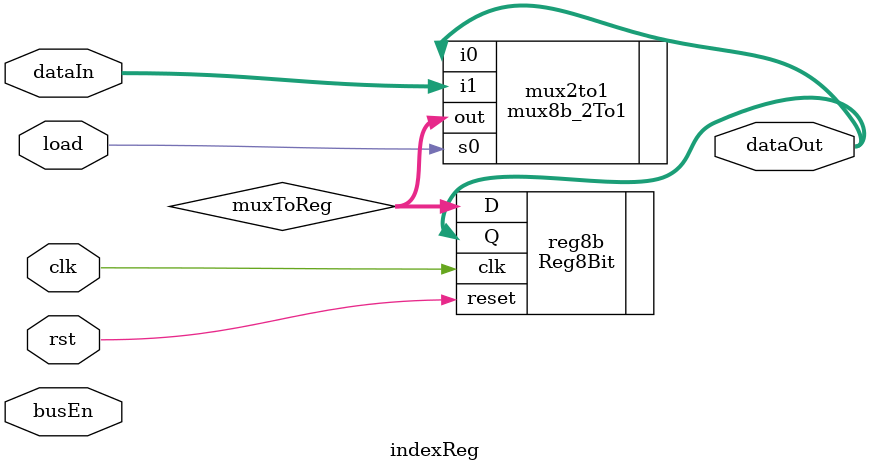
<source format=v>
`timescale 1ns / 1ps


module indexReg ( 
    input [7:0] dataIn, 
    input load, 
    input busEn, 
    input clk, 
    input rst,
    output [7:0] dataOut); 

wire [7:0] muxToReg;

mux8b_2To1 mux2to1(
    .i0(dataOut), 
    .i1(dataIn), 
    .s0(load),
    .out(muxToReg)
);

Reg8Bit reg8b(
    .reset(rst),
    .clk(clk),
    .D(muxToReg),
    .Q(dataOut)
    );
    
endmodule

</source>
